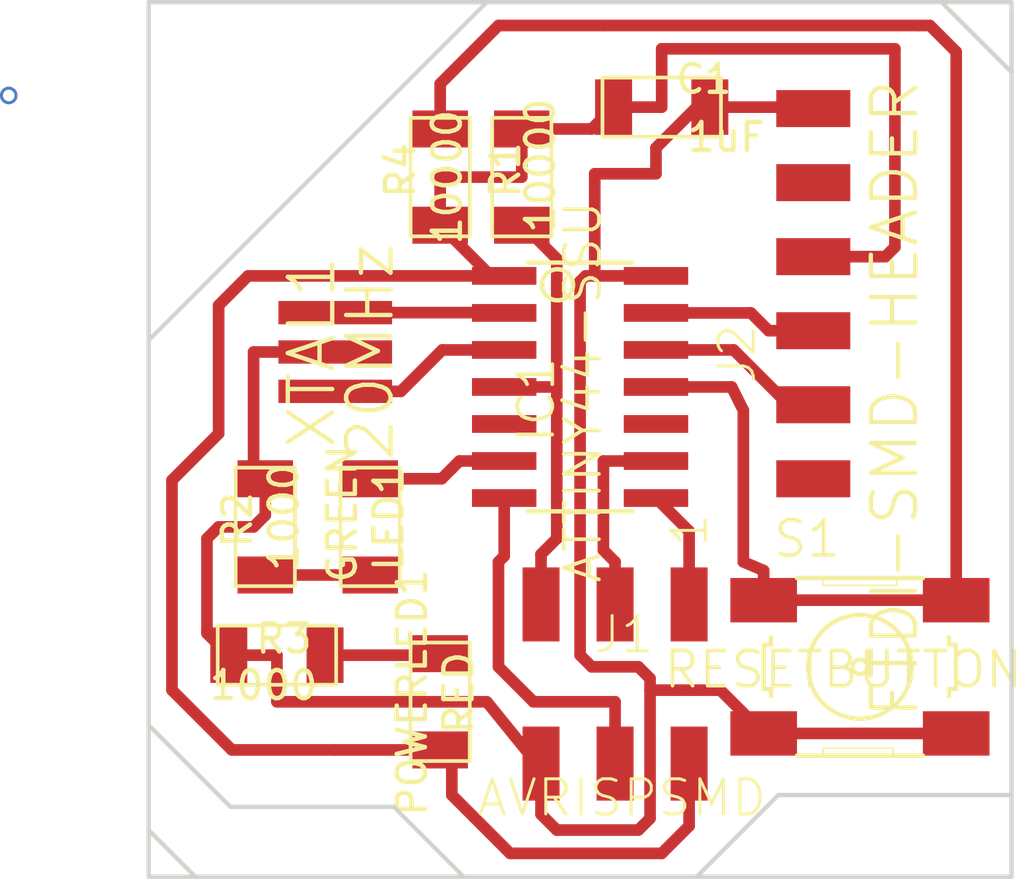
<source format=kicad_pcb>
(kicad_pcb (version 4) (host pcbnew 4.0.7)

  (general
    (links 29)
    (no_connects 0)
    (area 114.399999 86.724999 150.094808 116.875001)
    (thickness 1.6)
    (drawings 13)
    (tracks 120)
    (zones 0)
    (modules 12)
    (nets 19)
  )

  (page A4)
  (layers
    (0 F.Cu signal)
    (31 B.Cu signal)
    (32 B.Adhes user)
    (33 F.Adhes user)
    (34 B.Paste user)
    (35 F.Paste user)
    (36 B.SilkS user)
    (37 F.SilkS user)
    (38 B.Mask user)
    (39 F.Mask user)
    (40 Dwgs.User user)
    (41 Cmts.User user)
    (42 Eco1.User user)
    (43 Eco2.User user)
    (44 Edge.Cuts user)
    (45 Margin user)
    (46 B.CrtYd user)
    (47 F.CrtYd user)
    (48 B.Fab user)
    (49 F.Fab user)
  )

  (setup
    (last_trace_width 0.4)
    (trace_clearance 0.2)
    (zone_clearance 0.508)
    (zone_45_only no)
    (trace_min 0.2)
    (segment_width 0.2)
    (edge_width 0.15)
    (via_size 0.6)
    (via_drill 0.4)
    (via_min_size 0.4)
    (via_min_drill 0.3)
    (uvia_size 0.3)
    (uvia_drill 0.1)
    (uvias_allowed no)
    (uvia_min_size 0.2)
    (uvia_min_drill 0.1)
    (pcb_text_width 0.3)
    (pcb_text_size 1.5 1.5)
    (mod_edge_width 0.15)
    (mod_text_size 1 1)
    (mod_text_width 0.15)
    (pad_size 1.524 1.524)
    (pad_drill 0.762)
    (pad_to_mask_clearance 0.2)
    (aux_axis_origin 0 0)
    (visible_elements FFFFFF7F)
    (pcbplotparams
      (layerselection 0x00030_80000001)
      (usegerberextensions false)
      (excludeedgelayer true)
      (linewidth 0.100000)
      (plotframeref false)
      (viasonmask false)
      (mode 1)
      (useauxorigin false)
      (hpglpennumber 1)
      (hpglpenspeed 20)
      (hpglpendiameter 15)
      (hpglpenoverlay 2)
      (psnegative false)
      (psa4output false)
      (plotreference true)
      (plotvalue true)
      (plotinvisibletext false)
      (padsonsilk false)
      (subtractmaskfromsilk false)
      (outputformat 1)
      (mirror false)
      (drillshape 1)
      (scaleselection 1)
      (outputdirectory /Users/macoscar/Documents/04_Projects/02_FabLab/04_Fabacademy/06.Assignment/))
  )

  (net 0 "")
  (net 1 VCC)
  (net 2 GND)
  (net 3 XTAL1)
  (net 4 XTAL2)
  (net 5 TX)
  (net 6 RX)
  (net 7 "Net-(IC1-Pad4)")
  (net 8 RESETBUTTON)
  (net 9 "Net-(IC1-Pad5)")
  (net 10 "Net-(IC1-Pad6)")
  (net 11 "Net-(IC1-Pad10)")
  (net 12 SCK)
  (net 13 MOSI)
  (net 14 MISO)
  (net 15 "Net-(J2-Pad2)")
  (net 16 "Net-(J2-Pad6)")
  (net 17 "Net-(LED1-Pad2)")
  (net 18 "Net-(POWERLED1-Pad2)")

  (net_class Default "This is the default net class."
    (clearance 0.2)
    (trace_width 0.4)
    (via_dia 0.6)
    (via_drill 0.4)
    (uvia_dia 0.3)
    (uvia_drill 0.1)
    (add_net GND)
    (add_net MISO)
    (add_net MOSI)
    (add_net "Net-(IC1-Pad10)")
    (add_net "Net-(IC1-Pad4)")
    (add_net "Net-(IC1-Pad5)")
    (add_net "Net-(IC1-Pad6)")
    (add_net "Net-(J2-Pad2)")
    (add_net "Net-(J2-Pad6)")
    (add_net "Net-(LED1-Pad2)")
    (add_net "Net-(POWERLED1-Pad2)")
    (add_net RESETBUTTON)
    (add_net RX)
    (add_net SCK)
    (add_net TX)
    (add_net VCC)
    (add_net XTAL1)
    (add_net XTAL2)
  )

  (module fab:SOIC14 (layer F.Cu) (tedit 5A98751A) (tstamp 5A986DD5)
    (at 134.8 100 270)
    (descr "<b>Small Outline Package</b>")
    (path /5A982816)
    (fp_text reference IC1 (at 2 0.8 450) (layer F.SilkS)
      (effects (font (size 1.2065 1.2065) (thickness 0.127)) (justify left bottom))
    )
    (fp_text value ATTINY44-SSU (at 6.8 -0.8 270) (layer F.SilkS)
      (effects (font (size 1.2065 1.2065) (thickness 0.127)) (justify left bottom))
    )
    (fp_line (start -4.267 1.791) (end 4.267 1.791) (layer Dwgs.User) (width 0.1524))
    (fp_line (start 4.267 1.791) (end 4.267 -1.791) (layer F.SilkS) (width 0.1524))
    (fp_line (start 4.267 -1.791) (end -4.267 -1.791) (layer Dwgs.User) (width 0.1524))
    (fp_line (start -4.267 -1.791) (end -4.267 1.791) (layer F.SilkS) (width 0.1524))
    (fp_circle (center -3.5052 0.7747) (end -2.9718 0.7747) (layer F.SilkS) (width 0.1524))
    (fp_poly (pts (xy -3.9878 -1.8415) (xy -3.6322 -1.8415) (xy -3.6322 -2.8575) (xy -3.9878 -2.8575)) (layer Dwgs.User) (width 0))
    (fp_poly (pts (xy -2.7178 -1.8415) (xy -2.3622 -1.8415) (xy -2.3622 -2.8575) (xy -2.7178 -2.8575)) (layer Dwgs.User) (width 0))
    (fp_poly (pts (xy -1.4478 -1.8415) (xy -1.0922 -1.8415) (xy -1.0922 -2.8575) (xy -1.4478 -2.8575)) (layer Dwgs.User) (width 0))
    (fp_poly (pts (xy -0.1778 -1.8415) (xy 0.1778 -1.8415) (xy 0.1778 -2.8575) (xy -0.1778 -2.8575)) (layer Dwgs.User) (width 0))
    (fp_poly (pts (xy 1.0922 -1.8415) (xy 1.4478 -1.8415) (xy 1.4478 -2.8575) (xy 1.0922 -2.8575)) (layer Dwgs.User) (width 0))
    (fp_poly (pts (xy 2.3622 -1.8415) (xy 2.7178 -1.8415) (xy 2.7178 -2.8575) (xy 2.3622 -2.8575)) (layer Dwgs.User) (width 0))
    (fp_poly (pts (xy 3.6322 -1.8415) (xy 3.9878 -1.8415) (xy 3.9878 -2.8575) (xy 3.6322 -2.8575)) (layer Dwgs.User) (width 0))
    (fp_poly (pts (xy 3.6322 2.8575) (xy 3.9878 2.8575) (xy 3.9878 1.8415) (xy 3.6322 1.8415)) (layer Dwgs.User) (width 0))
    (fp_poly (pts (xy 2.3622 2.8575) (xy 2.7178 2.8575) (xy 2.7178 1.8415) (xy 2.3622 1.8415)) (layer Dwgs.User) (width 0))
    (fp_poly (pts (xy 1.0922 2.8575) (xy 1.4478 2.8575) (xy 1.4478 1.8415) (xy 1.0922 1.8415)) (layer Dwgs.User) (width 0))
    (fp_poly (pts (xy -0.1778 2.8575) (xy 0.1778 2.8575) (xy 0.1778 1.8415) (xy -0.1778 1.8415)) (layer Dwgs.User) (width 0))
    (fp_poly (pts (xy -1.4478 2.8575) (xy -1.0922 2.8575) (xy -1.0922 1.8415) (xy -1.4478 1.8415)) (layer Dwgs.User) (width 0))
    (fp_poly (pts (xy -2.7178 2.8575) (xy -2.3622 2.8575) (xy -2.3622 1.8415) (xy -2.7178 1.8415)) (layer Dwgs.User) (width 0))
    (fp_poly (pts (xy -3.9878 2.8575) (xy -3.6322 2.8575) (xy -3.6322 1.8415) (xy -3.9878 1.8415)) (layer Dwgs.User) (width 0))
    (pad 1 smd rect (at -3.81 2.6035 270) (size 0.6096 2.2098) (layers F.Cu F.Paste F.Mask)
      (net 1 VCC))
    (pad 14 smd rect (at -3.81 -2.6035 270) (size 0.6096 2.2098) (layers F.Cu F.Paste F.Mask)
      (net 2 GND))
    (pad 2 smd rect (at -2.54 2.6035 270) (size 0.6096 2.2098) (layers F.Cu F.Paste F.Mask)
      (net 3 XTAL1))
    (pad 3 smd rect (at -1.27 2.6035 270) (size 0.6096 2.2098) (layers F.Cu F.Paste F.Mask)
      (net 4 XTAL2))
    (pad 13 smd rect (at -2.54 -2.6035 270) (size 0.6096 2.2098) (layers F.Cu F.Paste F.Mask)
      (net 5 TX))
    (pad 12 smd rect (at -1.27 -2.6035 270) (size 0.6096 2.2098) (layers F.Cu F.Paste F.Mask)
      (net 6 RX))
    (pad 4 smd rect (at 0 2.6035 270) (size 0.6096 2.2098) (layers F.Cu F.Paste F.Mask)
      (net 7 "Net-(IC1-Pad4)"))
    (pad 11 smd rect (at 0 -2.6035 270) (size 0.6096 2.2098) (layers F.Cu F.Paste F.Mask)
      (net 8 RESETBUTTON))
    (pad 5 smd rect (at 1.27 2.6035 270) (size 0.6096 2.2098) (layers F.Cu F.Paste F.Mask)
      (net 9 "Net-(IC1-Pad5)"))
    (pad 6 smd rect (at 2.54 2.6035 270) (size 0.6096 2.2098) (layers F.Cu F.Paste F.Mask)
      (net 10 "Net-(IC1-Pad6)"))
    (pad 10 smd rect (at 1.27 -2.6035 270) (size 0.6096 2.2098) (layers F.Cu F.Paste F.Mask)
      (net 11 "Net-(IC1-Pad10)"))
    (pad 9 smd rect (at 2.54 -2.6035 270) (size 0.6096 2.2098) (layers F.Cu F.Paste F.Mask)
      (net 12 SCK))
    (pad 7 smd rect (at 3.81 2.6035 270) (size 0.6096 2.2098) (layers F.Cu F.Paste F.Mask)
      (net 13 MOSI))
    (pad 8 smd rect (at 3.81 -2.6035 270) (size 0.6096 2.2098) (layers F.Cu F.Paste F.Mask)
      (net 14 MISO))
  )

  (module fab:2X03SMD (layer F.Cu) (tedit 5A9883E2) (tstamp 5A986DE0)
    (at 136 110 270)
    (path /5A98288D)
    (fp_text reference J1 (at -0.8 0.8 360) (layer F.SilkS)
      (effects (font (size 1.2065 1.2065) (thickness 0.1016)) (justify left bottom))
    )
    (fp_text value AVRISPSMD (at 4.8 4.8 360) (layer F.SilkS)
      (effects (font (size 1.2065 1.2065) (thickness 0.1016)) (justify left bottom))
    )
    (fp_text user 1 (at -5.08 -2.54 270) (layer F.SilkS)
      (effects (font (size 1.2065 1.2065) (thickness 0.1016)))
    )
    (pad 1 smd rect (at -2.54 -2.54 270) (size 2.54 1.27) (layers F.Cu F.Paste F.Mask)
      (net 14 MISO))
    (pad 3 smd rect (at -2.54 0 270) (size 2.54 1.27) (layers F.Cu F.Paste F.Mask)
      (net 12 SCK))
    (pad 5 smd rect (at -2.54 2.54 270) (size 2.54 1.27) (layers F.Cu F.Paste F.Mask)
      (net 7 "Net-(IC1-Pad4)"))
    (pad 2 smd rect (at 2.92 -2.54 270) (size 2.54 1.27) (layers F.Cu F.Paste F.Mask)
      (net 1 VCC))
    (pad 4 smd rect (at 2.92 0 270) (size 2.54 1.27) (layers F.Cu F.Paste F.Mask)
      (net 13 MOSI))
    (pad 6 smd rect (at 2.92 2.54 270) (size 2.54 1.27) (layers F.Cu F.Paste F.Mask)
      (net 2 GND))
  )

  (module fab:1X06SMD (layer F.Cu) (tedit 5A9836DE) (tstamp 5A986DEA)
    (at 142.8 96.8)
    (path /5A982850)
    (fp_text reference J2 (at -1.905 3.175 90) (layer F.SilkS)
      (effects (font (size 1.2065 1.2065) (thickness 0.1016)) (justify left bottom))
    )
    (fp_text value FTDI-SMD-HEADER (at 2.8 3.6 90) (layer F.SilkS)
      (effects (font (thickness 0.15)))
    )
    (pad 1 smd rect (at 0 -6.35) (size 2.54 1.27) (layers F.Cu F.Paste F.Mask)
      (net 2 GND))
    (pad 2 smd rect (at 0 -3.81) (size 2.54 1.27) (layers F.Cu F.Paste F.Mask)
      (net 15 "Net-(J2-Pad2)"))
    (pad 3 smd rect (at 0 -1.27) (size 2.54 1.27) (layers F.Cu F.Paste F.Mask)
      (net 1 VCC))
    (pad 4 smd rect (at 0 1.27) (size 2.54 1.27) (layers F.Cu F.Paste F.Mask)
      (net 5 TX))
    (pad 5 smd rect (at 0 3.81) (size 2.54 1.27) (layers F.Cu F.Paste F.Mask)
      (net 6 RX))
    (pad 6 smd rect (at 0 6.35) (size 2.54 1.27) (layers F.Cu F.Paste F.Mask)
      (net 16 "Net-(J2-Pad6)"))
  )

  (module fab:LED1206FAB (layer F.Cu) (tedit 5A98748C) (tstamp 5A986DF4)
    (at 127.6 104.8 270)
    (descr "LED1206 FAB style (smaller pads to allow trace between)")
    (path /5A98350D)
    (fp_text reference LED1 (at 1.6 -1.2 270) (layer F.SilkS)
      (effects (font (size 0.9652 0.9652) (thickness 0.1524)) (justify left bottom))
    )
    (fp_text value GREEN (at 2 0.4 270) (layer F.SilkS)
      (effects (font (size 0.9652 0.9652) (thickness 0.1524)) (justify left bottom))
    )
    (fp_line (start -2.032 -1.016) (end 2.032 -1.016) (layer F.SilkS) (width 0.127))
    (fp_line (start 2.032 -1.016) (end 2.032 1.016) (layer F.SilkS) (width 0.127))
    (fp_line (start 2.032 1.016) (end -2.032 1.016) (layer F.SilkS) (width 0.127))
    (fp_line (start -2.032 1.016) (end -2.032 -1.016) (layer F.SilkS) (width 0.127))
    (pad 1 smd rect (at -1.651 0 270) (size 1.27 1.905) (layers F.Cu F.Paste F.Mask)
      (net 10 "Net-(IC1-Pad6)"))
    (pad 2 smd rect (at 1.651 0 270) (size 1.27 1.905) (layers F.Cu F.Paste F.Mask)
      (net 17 "Net-(LED1-Pad2)"))
  )

  (module fab:LED1206FAB (layer F.Cu) (tedit 5A9883D3) (tstamp 5A986DFE)
    (at 130 110.8 90)
    (descr "LED1206 FAB style (smaller pads to allow trace between)")
    (path /5A983DA3)
    (fp_text reference POWERLED1 (at -4 -0.4 90) (layer F.SilkS)
      (effects (font (size 0.9652 0.9652) (thickness 0.1524)) (justify left bottom))
    )
    (fp_text value RED (at -1.2 1.2 90) (layer F.SilkS)
      (effects (font (size 0.9652 0.9652) (thickness 0.1524)) (justify left bottom))
    )
    (fp_line (start -2.032 -1.016) (end 2.032 -1.016) (layer F.SilkS) (width 0.127))
    (fp_line (start 2.032 -1.016) (end 2.032 1.016) (layer F.SilkS) (width 0.127))
    (fp_line (start 2.032 1.016) (end -2.032 1.016) (layer F.SilkS) (width 0.127))
    (fp_line (start -2.032 1.016) (end -2.032 -1.016) (layer F.SilkS) (width 0.127))
    (pad 1 smd rect (at -1.651 0 90) (size 1.27 1.905) (layers F.Cu F.Paste F.Mask)
      (net 1 VCC))
    (pad 2 smd rect (at 1.651 0 90) (size 1.27 1.905) (layers F.Cu F.Paste F.Mask)
      (net 18 "Net-(POWERLED1-Pad2)"))
  )

  (module fab:R1206FAB (layer F.Cu) (tedit 5A9883F6) (tstamp 5A986E08)
    (at 132.8 92.8 270)
    (path /5A9828E7)
    (fp_text reference R1 (at 0.8 0 270) (layer F.SilkS)
      (effects (font (size 0.9652 0.9652) (thickness 0.1524)) (justify left bottom))
    )
    (fp_text value 10000 (at 2 -1.2 270) (layer F.SilkS)
      (effects (font (size 0.9652 0.9652) (thickness 0.1524)) (justify left bottom))
    )
    (fp_line (start -2.032 -1.016) (end 2.032 -1.016) (layer F.SilkS) (width 0.127))
    (fp_line (start 2.032 -1.016) (end 2.032 1.016) (layer F.SilkS) (width 0.127))
    (fp_line (start 2.032 1.016) (end -2.032 1.016) (layer F.SilkS) (width 0.127))
    (fp_line (start -2.032 1.016) (end -2.032 -1.016) (layer F.SilkS) (width 0.127))
    (pad 1 smd rect (at -1.651 0 270) (size 1.27 1.905) (layers F.Cu F.Paste F.Mask)
      (net 1 VCC))
    (pad 2 smd rect (at 1.651 0 270) (size 1.27 1.905) (layers F.Cu F.Paste F.Mask)
      (net 7 "Net-(IC1-Pad4)"))
  )

  (module fab:R1206FAB (layer F.Cu) (tedit 5A987551) (tstamp 5A986E12)
    (at 124 104.8 90)
    (path /5A9835AD)
    (fp_text reference R2 (at -0.8 -0.4 90) (layer F.SilkS)
      (effects (font (size 0.9652 0.9652) (thickness 0.1524)) (justify left bottom))
    )
    (fp_text value 1000 (at -1.6 1.2 90) (layer F.SilkS)
      (effects (font (size 0.9652 0.9652) (thickness 0.1524)) (justify left bottom))
    )
    (fp_line (start -2.032 -1.016) (end 2.032 -1.016) (layer F.SilkS) (width 0.127))
    (fp_line (start 2.032 -1.016) (end 2.032 1.016) (layer F.SilkS) (width 0.127))
    (fp_line (start 2.032 1.016) (end -2.032 1.016) (layer F.SilkS) (width 0.127))
    (fp_line (start -2.032 1.016) (end -2.032 -1.016) (layer F.SilkS) (width 0.127))
    (pad 1 smd rect (at -1.651 0 90) (size 1.27 1.905) (layers F.Cu F.Paste F.Mask)
      (net 17 "Net-(LED1-Pad2)"))
    (pad 2 smd rect (at 1.651 0 90) (size 1.27 1.905) (layers F.Cu F.Paste F.Mask)
      (net 2 GND))
  )

  (module fab:R1206FAB (layer F.Cu) (tedit 5A9883C8) (tstamp 5A986E1C)
    (at 124.4 109.2 180)
    (path /5A98415B)
    (fp_text reference R3 (at 0.8 0 180) (layer F.SilkS)
      (effects (font (size 0.9652 0.9652) (thickness 0.1524)) (justify left bottom))
    )
    (fp_text value 1000 (at 2.4 -1.6 180) (layer F.SilkS)
      (effects (font (size 0.9652 0.9652) (thickness 0.1524)) (justify left bottom))
    )
    (fp_line (start -2.032 -1.016) (end 2.032 -1.016) (layer F.SilkS) (width 0.127))
    (fp_line (start 2.032 -1.016) (end 2.032 1.016) (layer F.SilkS) (width 0.127))
    (fp_line (start 2.032 1.016) (end -2.032 1.016) (layer F.SilkS) (width 0.127))
    (fp_line (start -2.032 1.016) (end -2.032 -1.016) (layer F.SilkS) (width 0.127))
    (pad 1 smd rect (at -1.651 0 180) (size 1.27 1.905) (layers F.Cu F.Paste F.Mask)
      (net 18 "Net-(POWERLED1-Pad2)"))
    (pad 2 smd rect (at 1.651 0 180) (size 1.27 1.905) (layers F.Cu F.Paste F.Mask)
      (net 2 GND))
  )

  (module fab:6MM_SWITCH (layer F.Cu) (tedit 5A987510) (tstamp 5A986E5A)
    (at 144.4 109.6)
    (descr "<b>OMRON SWITCH</b>")
    (path /5A984CCD)
    (fp_text reference S1 (at -3.048 -3.683) (layer F.SilkS)
      (effects (font (size 1.2065 1.2065) (thickness 0.127)) (justify left bottom))
    )
    (fp_text value RESETBUTTON (at -6.8 0.8) (layer F.SilkS)
      (effects (font (size 1.2065 1.2065) (thickness 0.127)) (justify left bottom))
    )
    (fp_line (start 3.302 0.762) (end 3.048 0.762) (layer F.SilkS) (width 0.1524))
    (fp_line (start 3.302 0.762) (end 3.302 -0.762) (layer F.SilkS) (width 0.1524))
    (fp_line (start 3.048 -0.762) (end 3.302 -0.762) (layer F.SilkS) (width 0.1524))
    (fp_line (start 3.048 -1.016) (end 3.048 -2.54) (layer Dwgs.User) (width 0.1524))
    (fp_line (start -3.302 -0.762) (end -3.048 -0.762) (layer F.SilkS) (width 0.1524))
    (fp_line (start -3.302 -0.762) (end -3.302 0.762) (layer F.SilkS) (width 0.1524))
    (fp_line (start -3.048 0.762) (end -3.302 0.762) (layer F.SilkS) (width 0.1524))
    (fp_line (start 3.048 -2.54) (end 2.54 -3.048) (layer Dwgs.User) (width 0.1524))
    (fp_line (start 2.54 3.048) (end 3.048 2.54) (layer Dwgs.User) (width 0.1524))
    (fp_line (start 3.048 2.54) (end 3.048 1.016) (layer Dwgs.User) (width 0.1524))
    (fp_line (start -2.54 -3.048) (end -3.048 -2.54) (layer Dwgs.User) (width 0.1524))
    (fp_line (start -3.048 -2.54) (end -3.048 -1.016) (layer Dwgs.User) (width 0.1524))
    (fp_line (start -2.54 3.048) (end -3.048 2.54) (layer Dwgs.User) (width 0.1524))
    (fp_line (start -3.048 2.54) (end -3.048 1.016) (layer Dwgs.User) (width 0.1524))
    (fp_line (start -1.27 -1.27) (end -1.27 1.27) (layer Dwgs.User) (width 0.0508))
    (fp_line (start 1.27 1.27) (end -1.27 1.27) (layer Dwgs.User) (width 0.0508))
    (fp_line (start 1.27 1.27) (end 1.27 -1.27) (layer Dwgs.User) (width 0.0508))
    (fp_line (start -1.27 -1.27) (end 1.27 -1.27) (layer Dwgs.User) (width 0.0508))
    (fp_line (start -1.27 -3.048) (end -1.27 -2.794) (layer F.SilkS) (width 0.0508))
    (fp_line (start 1.27 -2.794) (end -1.27 -2.794) (layer F.SilkS) (width 0.0508))
    (fp_line (start 1.27 -2.794) (end 1.27 -3.048) (layer F.SilkS) (width 0.0508))
    (fp_line (start 1.143 2.794) (end -1.27 2.794) (layer F.SilkS) (width 0.0508))
    (fp_line (start 1.143 2.794) (end 1.143 3.048) (layer F.SilkS) (width 0.0508))
    (fp_line (start -1.27 2.794) (end -1.27 3.048) (layer F.SilkS) (width 0.0508))
    (fp_line (start 2.54 3.048) (end 2.159 3.048) (layer Dwgs.User) (width 0.1524))
    (fp_line (start -2.54 3.048) (end -2.159 3.048) (layer Dwgs.User) (width 0.1524))
    (fp_line (start -2.159 3.048) (end -1.27 3.048) (layer F.SilkS) (width 0.1524))
    (fp_line (start -2.54 -3.048) (end -2.159 -3.048) (layer Dwgs.User) (width 0.1524))
    (fp_line (start 2.54 -3.048) (end 2.159 -3.048) (layer Dwgs.User) (width 0.1524))
    (fp_line (start 2.159 -3.048) (end 1.27 -3.048) (layer F.SilkS) (width 0.1524))
    (fp_line (start 1.27 -3.048) (end -1.27 -3.048) (layer F.SilkS) (width 0.1524))
    (fp_line (start -1.27 -3.048) (end -2.159 -3.048) (layer F.SilkS) (width 0.1524))
    (fp_line (start -1.27 3.048) (end 1.143 3.048) (layer F.SilkS) (width 0.1524))
    (fp_line (start 1.143 3.048) (end 2.159 3.048) (layer F.SilkS) (width 0.1524))
    (fp_line (start 3.048 0.762) (end 3.048 1.016) (layer F.SilkS) (width 0.1524))
    (fp_line (start 3.048 -0.762) (end 3.048 -1.016) (layer F.SilkS) (width 0.1524))
    (fp_line (start -3.048 0.762) (end -3.048 1.016) (layer F.SilkS) (width 0.1524))
    (fp_line (start -3.048 -0.762) (end -3.048 -1.016) (layer F.SilkS) (width 0.1524))
    (fp_line (start -1.27 2.159) (end 1.27 2.159) (layer Dwgs.User) (width 0.1524))
    (fp_line (start 1.27 -2.286) (end -1.27 -2.286) (layer Dwgs.User) (width 0.1524))
    (fp_line (start -2.413 -1.27) (end -2.413 -0.508) (layer Dwgs.User) (width 0.1524))
    (fp_line (start -2.413 0.508) (end -2.413 1.27) (layer Dwgs.User) (width 0.1524))
    (fp_line (start -2.413 -0.508) (end -2.159 0.381) (layer Dwgs.User) (width 0.1524))
    (fp_circle (center 0 0) (end 1.778 0) (layer F.SilkS) (width 0.1524))
    (fp_circle (center -2.159 2.159) (end -1.651 2.159) (layer Dwgs.User) (width 0.1524))
    (fp_circle (center 2.159 2.032) (end 2.667 2.032) (layer Dwgs.User) (width 0.1524))
    (fp_circle (center 2.159 -2.159) (end 2.667 -2.159) (layer Dwgs.User) (width 0.1524))
    (fp_circle (center -2.159 -2.159) (end -1.651 -2.159) (layer Dwgs.User) (width 0.1524))
    (fp_circle (center 0 0) (end 0.635 0) (layer Dwgs.User) (width 0.0508))
    (fp_circle (center 0 0) (end 0.254 0) (layer F.SilkS) (width 0.1524))
    (fp_text user 1 (at -4.318 -1.651) (layer Dwgs.User)
      (effects (font (size 1.2065 1.2065) (thickness 0.127)) (justify left bottom))
    )
    (fp_text user 2 (at 3.556 -1.524) (layer Dwgs.User)
      (effects (font (size 1.2065 1.2065) (thickness 0.127)) (justify left bottom))
    )
    (fp_text user 3 (at -4.572 2.794) (layer Dwgs.User)
      (effects (font (size 1.2065 1.2065) (thickness 0.127)) (justify left bottom))
    )
    (fp_text user 4 (at 3.556 2.794) (layer Dwgs.User)
      (effects (font (size 1.2065 1.2065) (thickness 0.127)) (justify left bottom))
    )
    (pad 1 smd rect (at -3.302 -2.286) (size 2.286 1.524) (layers F.Cu F.Paste F.Mask)
      (net 8 RESETBUTTON))
    (pad 2 smd rect (at 3.302 -2.286) (size 2.286 1.524) (layers F.Cu F.Paste F.Mask)
      (net 8 RESETBUTTON))
    (pad 3 smd rect (at -3.302 2.286) (size 2.286 1.524) (layers F.Cu F.Paste F.Mask)
      (net 2 GND))
    (pad 4 smd rect (at 3.302 2.286) (size 2.286 1.524) (layers F.Cu F.Paste F.Mask)
      (net 2 GND))
  )

  (module fab:EFOBM (layer F.Cu) (tedit 5A987545) (tstamp 5A986E61)
    (at 126.4 98.8 90)
    (path /5A982866)
    (fp_text reference XTAL1 (at 0 -0.8 90) (layer F.SilkS)
      (effects (font (thickness 0.15)))
    )
    (fp_text value 20MHz (at 0 1.2 90) (layer F.SilkS)
      (effects (font (thickness 0.15)))
    )
    (pad 1 smd rect (at -1.35 0 180) (size 3.9 0.8) (layers F.Cu F.Paste F.Mask)
      (net 4 XTAL2))
    (pad 2 smd rect (at 0 0) (size 3.9 0.8) (layers F.Cu F.Paste F.Mask)
      (net 2 GND))
    (pad 3 smd rect (at 1.35 0) (size 3.9 0.8) (layers F.Cu F.Paste F.Mask)
      (net 3 XTAL1))
  )

  (module fab:C1206FAB (layer F.Cu) (tedit 5A98750A) (tstamp 5A986EB3)
    (at 137.6 90.4)
    (path /5A982945)
    (fp_text reference C1 (at 0.4 -0.4) (layer F.SilkS)
      (effects (font (size 0.9652 0.9652) (thickness 0.1524)) (justify left bottom))
    )
    (fp_text value 1uF (at 0.8 1.6) (layer F.SilkS)
      (effects (font (size 0.9652 0.9652) (thickness 0.1524)) (justify left bottom))
    )
    (fp_line (start -2.032 -1.016) (end 2.032 -1.016) (layer F.SilkS) (width 0.127))
    (fp_line (start 2.032 -1.016) (end 2.032 1.016) (layer F.SilkS) (width 0.127))
    (fp_line (start 2.032 1.016) (end -2.032 1.016) (layer F.SilkS) (width 0.127))
    (fp_line (start -2.032 1.016) (end -2.032 -1.016) (layer F.SilkS) (width 0.127))
    (pad 1 smd rect (at -1.651 0) (size 1.27 1.905) (layers F.Cu F.Paste F.Mask)
      (net 1 VCC))
    (pad 2 smd rect (at 1.651 0) (size 1.27 1.905) (layers F.Cu F.Paste F.Mask)
      (net 2 GND))
  )

  (module fab:R1206FAB (layer F.Cu) (tedit 5A9883FC) (tstamp 5A986EBD)
    (at 130 92.8 90)
    (path /5A98519C)
    (fp_text reference R4 (at -0.8 -0.8 270) (layer F.SilkS)
      (effects (font (size 0.9652 0.9652) (thickness 0.1524)) (justify left bottom))
    )
    (fp_text value 10000 (at -2.4 0.8 90) (layer F.SilkS)
      (effects (font (size 0.9652 0.9652) (thickness 0.1524)) (justify left bottom))
    )
    (fp_line (start -2.032 -1.016) (end 2.032 -1.016) (layer F.SilkS) (width 0.127))
    (fp_line (start 2.032 -1.016) (end 2.032 1.016) (layer F.SilkS) (width 0.127))
    (fp_line (start 2.032 1.016) (end -2.032 1.016) (layer F.SilkS) (width 0.127))
    (fp_line (start -2.032 1.016) (end -2.032 -1.016) (layer F.SilkS) (width 0.127))
    (pad 1 smd rect (at -1.651 0 90) (size 1.27 1.905) (layers F.Cu F.Paste F.Mask)
      (net 1 VCC))
    (pad 2 smd rect (at 1.651 0 90) (size 1.27 1.905) (layers F.Cu F.Paste F.Mask)
      (net 8 RESETBUTTON))
  )

  (gr_line (start 128.4 114.4) (end 130.8 116.8) (angle 90) (layer Edge.Cuts) (width 0.15))
  (gr_line (start 122.8 114.4) (end 128.4 114.4) (angle 90) (layer Edge.Cuts) (width 0.15))
  (gr_line (start 120 111.6) (end 122.8 114.4) (angle 90) (layer Edge.Cuts) (width 0.15))
  (gr_line (start 141.6 114) (end 149.6 114) (angle 90) (layer Edge.Cuts) (width 0.15))
  (gr_line (start 138.8 116.8) (end 141.6 114) (angle 90) (layer Edge.Cuts) (width 0.15))
  (gr_line (start 120 115.2) (end 121.6 116.8) (angle 90) (layer Edge.Cuts) (width 0.15))
  (gr_line (start 120 98.4) (end 131.6 86.8) (angle 90) (layer Edge.Cuts) (width 0.15))
  (gr_line (start 149.6 89.2) (end 149.6 87.2) (angle 90) (layer Edge.Cuts) (width 0.15))
  (gr_line (start 147.2 86.8) (end 149.6 89.2) (angle 90) (layer Edge.Cuts) (width 0.15))
  (gr_line (start 120 86.8) (end 149.6 86.8) (angle 90) (layer Edge.Cuts) (width 0.15))
  (gr_line (start 120 116.8) (end 120 86.8) (angle 90) (layer Edge.Cuts) (width 0.15))
  (gr_line (start 149.6 116.8) (end 120 116.8) (angle 90) (layer Edge.Cuts) (width 0.15))
  (gr_line (start 149.6 86.8) (end 149.6 116.8) (angle 90) (layer Edge.Cuts) (width 0.15))

  (via (at 115.2 90) (size 0.6) (drill 0.4) (layers F.Cu B.Cu) (net 0))
  (segment (start 142.8 95.53) (end 145.27 95.53) (width 0.4) (layer F.Cu) (net 1) (status 400000))
  (segment (start 137.6 90.4) (end 137.6 88.4) (width 0.4) (layer F.Cu) (net 1) (tstamp 5A9884F2))
  (segment (start 137.6 88.4) (end 145.6 88.4) (width 0.4) (layer F.Cu) (net 1) (tstamp 5A9884F3))
  (segment (start 145.6 88.4) (end 145.6 95.2) (width 0.4) (layer F.Cu) (net 1) (tstamp 5A9884F4))
  (segment (start 137.6 90.4) (end 135.949 90.4) (width 0.4) (layer F.Cu) (net 1))
  (segment (start 145.27 95.53) (end 145.6 95.2) (width 0.4) (layer F.Cu) (net 1) (tstamp 5A996AA9))
  (segment (start 132.1965 96.19) (end 123.41 96.19) (width 0.4) (layer F.Cu) (net 1))
  (segment (start 122.851 112.451) (end 120.8 110.4) (width 0.4) (layer F.Cu) (net 1) (tstamp 5A98859E))
  (segment (start 120.8 110.4) (end 120.8 103.2) (width 0.4) (layer F.Cu) (net 1) (tstamp 5A9885A0))
  (segment (start 120.8 103.2) (end 122.4 101.6) (width 0.4) (layer F.Cu) (net 1) (tstamp 5A9885A2))
  (segment (start 122.4 101.6) (end 122.4 97.2) (width 0.4) (layer F.Cu) (net 1) (tstamp 5A9885A3))
  (segment (start 122.4 97.2) (end 123.2 96.4) (width 0.4) (layer F.Cu) (net 1) (tstamp 5A9885A5))
  (segment (start 126.4 112.451) (end 130.4 112.451) (width 0.4) (layer F.Cu) (net 1))
  (segment (start 126.4 112.451) (end 122.851 112.451) (width 0.4) (layer F.Cu) (net 1))
  (segment (start 123.41 96.19) (end 123.2 96.4) (width 0.4) (layer F.Cu) (net 1) (tstamp 5A9885AF))
  (segment (start 132.1965 96.19) (end 131.739 96.19) (width 0.4) (layer F.Cu) (net 1))
  (segment (start 131.739 96.19) (end 130 94.451) (width 0.4) (layer F.Cu) (net 1) (tstamp 5A9885AD))
  (segment (start 132.8 91.149) (end 135.2 91.149) (width 0.4) (layer F.Cu) (net 1))
  (segment (start 135.2 91.149) (end 135.949 90.4) (width 0.4) (layer F.Cu) (net 1) (tstamp 5A988542))
  (segment (start 130 94.451) (end 130 92.8) (width 0.4) (layer F.Cu) (net 1))
  (segment (start 132.8 92.8) (end 132.8 91.149) (width 0.4) (layer F.Cu) (net 1) (tstamp 5A98853F))
  (segment (start 130 92.8) (end 132.8 92.8) (width 0.4) (layer F.Cu) (net 1) (tstamp 5A98853E))
  (segment (start 130 94.451) (end 130.4575 94.451) (width 0.4) (layer F.Cu) (net 1))
  (segment (start 130.4 112.451) (end 130.4 114) (width 0.4) (layer F.Cu) (net 1))
  (segment (start 138.54 115.06) (end 138.54 112.92) (width 0.4) (layer F.Cu) (net 1) (tstamp 5A9882C8))
  (segment (start 137.6 116) (end 138.54 115.06) (width 0.4) (layer F.Cu) (net 1) (tstamp 5A9882C7))
  (segment (start 132.4 116) (end 137.6 116) (width 0.4) (layer F.Cu) (net 1) (tstamp 5A9882C5))
  (segment (start 130.4 114) (end 132.4 116) (width 0.4) (layer F.Cu) (net 1) (tstamp 5A9882C3))
  (segment (start 138.54 112.92) (end 138.54 112.26) (width 0.4) (layer F.Cu) (net 1))
  (segment (start 122.749 109.2) (end 124.4 109.2) (width 0.4) (layer F.Cu) (net 2) (status 400000))
  (segment (start 131.6 110.8) (end 133.32 112.92) (width 0.4) (layer F.Cu) (net 2) (tstamp 5A98833E))
  (segment (start 124.4 110.8) (end 131.6 110.8) (width 0.4) (layer F.Cu) (net 2) (tstamp 5A996911))
  (segment (start 124.4 109.2) (end 124.4 110.8) (width 0.4) (layer F.Cu) (net 2) (tstamp 5A996910))
  (segment (start 122 108.4) (end 122 108.451) (width 0.4) (layer F.Cu) (net 2))
  (segment (start 122 108.451) (end 122.749 109.2) (width 0.4) (layer F.Cu) (net 2) (tstamp 5A988582))
  (segment (start 124 103.149) (end 124 104.4) (width 0.4) (layer F.Cu) (net 2))
  (segment (start 122 105.2) (end 122 108.4) (width 0.4) (layer F.Cu) (net 2) (tstamp 5A98857C))
  (segment (start 122.4 104.8) (end 122 105.2) (width 0.4) (layer F.Cu) (net 2) (tstamp 5A98857B))
  (segment (start 123.6 104.8) (end 122.4 104.8) (width 0.4) (layer F.Cu) (net 2) (tstamp 5A98857A))
  (segment (start 124 104.4) (end 123.6 104.8) (width 0.4) (layer F.Cu) (net 2) (tstamp 5A988579))
  (segment (start 123.6 98.8) (end 123.6 102.749) (width 0.4) (layer F.Cu) (net 2))
  (segment (start 123.6 102.749) (end 124 103.149) (width 0.4) (layer F.Cu) (net 2) (tstamp 5A988577))
  (segment (start 139.251 90.4) (end 142.75 90.4) (width 0.4) (layer F.Cu) (net 2))
  (segment (start 142.75 90.4) (end 142.8 90.45) (width 0.4) (layer F.Cu) (net 2) (tstamp 5A9884E0))
  (segment (start 137.4035 92.686) (end 137.4035 91.7965) (width 0.4) (layer F.Cu) (net 2))
  (segment (start 135.302 92.686) (end 137.4035 92.686) (width 0.4) (layer F.Cu) (net 2))
  (segment (start 135.302 96.19) (end 135.302 92.686) (width 0.4) (layer F.Cu) (net 2))
  (segment (start 137.6 91.6) (end 138.749 90.451) (width 0.4) (layer F.Cu) (net 2) (tstamp 5A988400))
  (segment (start 137.4035 91.7965) (end 137.6 91.6) (width 0.4) (layer F.Cu) (net 2) (tstamp 5A9884D6))
  (segment (start 141.098 111.886) (end 147.702 111.886) (width 0.4) (layer F.Cu) (net 2))
  (segment (start 137.2 110.4) (end 139.612 110.4) (width 0.4) (layer F.Cu) (net 2))
  (segment (start 139.612 110.4) (end 141.098 111.886) (width 0.4) (layer F.Cu) (net 2) (tstamp 5A98849E))
  (segment (start 133.46 112.92) (end 133.32 112.92) (width 0.4) (layer F.Cu) (net 2))
  (segment (start 126.4 98.8) (end 123.6 98.8) (width 0.4) (layer F.Cu) (net 2))
  (segment (start 137.4035 96.19) (end 135.302 96.19) (width 0.4) (layer F.Cu) (net 2))
  (segment (start 135.302 96.19) (end 134.99 96.19) (width 0.4) (layer F.Cu) (net 2) (tstamp 5A988387))
  (segment (start 134.99 96.19) (end 134.8 96.38) (width 0.4) (layer F.Cu) (net 2) (tstamp 5A9882AA))
  (segment (start 134.8 96.38) (end 134.8 109.2) (width 0.4) (layer F.Cu) (net 2) (tstamp 5A9882AB))
  (segment (start 134.8 109.2) (end 135.2 109.6) (width 0.4) (layer F.Cu) (net 2) (tstamp 5A9882AC))
  (segment (start 135.2 109.6) (end 136.8 109.6) (width 0.4) (layer F.Cu) (net 2) (tstamp 5A9882AD))
  (segment (start 136.8 109.6) (end 137.2 110) (width 0.4) (layer F.Cu) (net 2) (tstamp 5A9882AE))
  (segment (start 137.2 110) (end 137.2 110.4) (width 0.4) (layer F.Cu) (net 2) (tstamp 5A9882AF))
  (segment (start 137.2 110.4) (end 137.2 114.8) (width 0.4) (layer F.Cu) (net 2) (tstamp 5A98849C))
  (segment (start 137.2 114.8) (end 136.8 115.2) (width 0.4) (layer F.Cu) (net 2) (tstamp 5A9882B0))
  (segment (start 136.8 115.2) (end 134 115.2) (width 0.4) (layer F.Cu) (net 2) (tstamp 5A9882B1))
  (segment (start 134 115.2) (end 133.46 114.66) (width 0.4) (layer F.Cu) (net 2) (tstamp 5A9882B2))
  (segment (start 133.46 114.66) (end 133.46 112.92) (width 0.4) (layer F.Cu) (net 2) (tstamp 5A9882B3))
  (segment (start 126.4 97.45) (end 132.1865 97.45) (width 0.4) (layer F.Cu) (net 3))
  (segment (start 132.1865 97.45) (end 132.1965 97.46) (width 0.4) (layer F.Cu) (net 3) (tstamp 5A9873F2))
  (segment (start 126.4 100.15) (end 128.65 100.15) (width 0.4) (layer F.Cu) (net 4))
  (segment (start 130.07 98.73) (end 132.1965 98.73) (width 0.4) (layer F.Cu) (net 4) (tstamp 5A9873EF))
  (segment (start 128.65 100.15) (end 130.07 98.73) (width 0.4) (layer F.Cu) (net 4) (tstamp 5A9873EE))
  (segment (start 137.4035 97.46) (end 140.66 97.46) (width 0.4) (layer F.Cu) (net 5) (status 400000))
  (segment (start 141.27 98.07) (end 142.8 98.07) (width 0.4) (layer F.Cu) (net 5) (tstamp 5A996AB3) (status 800000))
  (segment (start 140.66 97.46) (end 141.27 98.07) (width 0.4) (layer F.Cu) (net 5) (tstamp 5A996AB0))
  (segment (start 137.4035 98.73) (end 140.07 98.73) (width 0.4) (layer F.Cu) (net 6))
  (segment (start 140.07 98.73) (end 141.95 100.61) (width 0.4) (layer F.Cu) (net 6) (tstamp 5A9884ED))
  (segment (start 141.95 100.61) (end 142.8 100.61) (width 0.4) (layer F.Cu) (net 6) (tstamp 5A9884EE))
  (segment (start 132.8 94.451) (end 132.851 94.451) (width 0.4) (layer F.Cu) (net 7))
  (segment (start 132.851 94.451) (end 134 95.6) (width 0.4) (layer F.Cu) (net 7) (tstamp 5A988544))
  (segment (start 134 95.6) (end 134 100) (width 0.4) (layer F.Cu) (net 7) (tstamp 5A988545))
  (segment (start 132.1965 100) (end 134 100) (width 0.4) (layer F.Cu) (net 7))
  (segment (start 133.46 105.74) (end 133.46 107.46) (width 0.4) (layer F.Cu) (net 7) (tstamp 5A98827A))
  (segment (start 134 105.2) (end 133.46 105.74) (width 0.4) (layer F.Cu) (net 7) (tstamp 5A988279))
  (segment (start 134 100) (end 134 105.2) (width 0.4) (layer F.Cu) (net 7) (tstamp 5A988278))
  (segment (start 130 91.149) (end 130 89.6) (width 0.4) (layer F.Cu) (net 8))
  (segment (start 135.6 87.6) (end 146.4 87.6) (width 0.4) (layer F.Cu) (net 8) (tstamp 5A988506))
  (segment (start 147.702 88.502) (end 147.702 107.314) (width 0.4) (layer F.Cu) (net 8))
  (segment (start 147.702 88.502) (end 146.8 87.6) (width 0.4) (layer F.Cu) (net 8) (tstamp 5A988500))
  (segment (start 146.4 87.6) (end 146.8 87.6) (width 0.4) (layer F.Cu) (net 8))
  (segment (start 132 87.6) (end 135.6 87.6) (width 0.4) (layer F.Cu) (net 8) (tstamp 5A988529))
  (segment (start 130 89.6) (end 132 87.6) (width 0.4) (layer F.Cu) (net 8) (tstamp 5A988528))
  (segment (start 141.098 107.314) (end 141.098 106.298) (width 0.4) (layer F.Cu) (net 8))
  (segment (start 140 100) (end 140.4 100.8) (width 0.4) (layer F.Cu) (net 8) (tstamp 5A988416))
  (segment (start 140.4 100.8) (end 140.4 106) (width 0.4) (layer F.Cu) (net 8) (tstamp 5A988417))
  (segment (start 140 100) (end 137.4035 100) (width 0.4) (layer F.Cu) (net 8))
  (segment (start 141.098 106.298) (end 140.4 106) (width 0.4) (layer F.Cu) (net 8) (tstamp 5A9884B0))
  (segment (start 141.098 107.314) (end 147.702 107.314) (width 0.4) (layer F.Cu) (net 8))
  (segment (start 127.6 103.149) (end 130.051 103.149) (width 0.4) (layer F.Cu) (net 10))
  (segment (start 130.66 102.54) (end 130.4 102.8) (width 0.4) (layer F.Cu) (net 10) (tstamp 5A987B3B))
  (segment (start 130.66 102.54) (end 132.1965 102.54) (width 0.4) (layer F.Cu) (net 10))
  (segment (start 130.051 103.149) (end 130.4 102.8) (width 0.4) (layer F.Cu) (net 10) (tstamp 5A988324))
  (segment (start 137.4035 102.54) (end 135.6 102.54) (width 0.4) (layer F.Cu) (net 12))
  (segment (start 135.6 105.6) (end 135.6 102.54) (width 0.4) (layer F.Cu) (net 12) (tstamp 5A98828B))
  (segment (start 136 106) (end 135.6 105.6) (width 0.4) (layer F.Cu) (net 12) (tstamp 5A98828A))
  (segment (start 136 106) (end 136 107.46) (width 0.4) (layer F.Cu) (net 12))
  (segment (start 132 106) (end 132 109.6) (width 0.4) (layer F.Cu) (net 13))
  (segment (start 132 109.6) (end 133.2 110.8) (width 0.4) (layer F.Cu) (net 13) (tstamp 5A98854A))
  (segment (start 136 110.8) (end 133.2 110.8) (width 0.4) (layer F.Cu) (net 13))
  (segment (start 136 112.92) (end 136 110.8) (width 0.4) (layer F.Cu) (net 13) (tstamp 5A98829E))
  (segment (start 132.1965 105.8035) (end 132 106) (width 0.4) (layer F.Cu) (net 13) (tstamp 5A988299))
  (segment (start 132.1965 105.8035) (end 132.1965 103.81) (width 0.4) (layer F.Cu) (net 13))
  (segment (start 132.1965 103.81) (end 132.21 103.81) (width 0.4) (layer F.Cu) (net 13))
  (segment (start 138.54 107.46) (end 138.54 104.9465) (width 0.4) (layer F.Cu) (net 14))
  (segment (start 138.54 104.9465) (end 137.4035 103.81) (width 0.4) (layer F.Cu) (net 14) (tstamp 5A988296))
  (segment (start 137.34 103.8735) (end 137.4035 103.81) (width 0.4) (layer F.Cu) (net 14) (tstamp 5A988261))
  (segment (start 124 106.451) (end 127.6 106.451) (width 0.4) (layer F.Cu) (net 17))
  (segment (start 126.051 109.2) (end 129.949 109.2) (width 0.4) (layer F.Cu) (net 18))
  (segment (start 129.949 109.2) (end 130 109.149) (width 0.4) (layer F.Cu) (net 18) (tstamp 5A9885B1))

)

</source>
